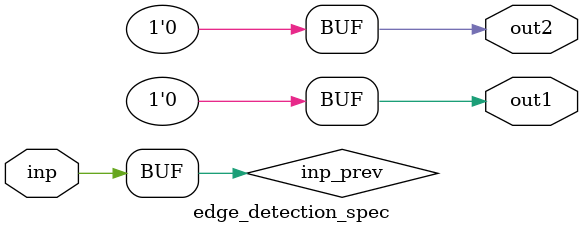
<source format=v>
module edge_detection_spec(input [0:0] inp, output [0:0] out1, output [0:0] out2);

    reg [0:0] inp_prev;

    initial begin
        inp_prev = 0; // Initialize previous input value
    end

    always @(*) begin
        if (inp == 1 && inp_prev == 0)
            out1 = 1; // Rising edge detected
        else
            out1 = 0;
    end

    always @(*) begin
        if (inp == 0 && inp_prev == 1)
            out2 = 1; // Falling edge detected
        else
            out2 = 0;
    end

    always @(*) begin
        inp_prev = inp; // Update the previous value
    end

endmodule

</source>
